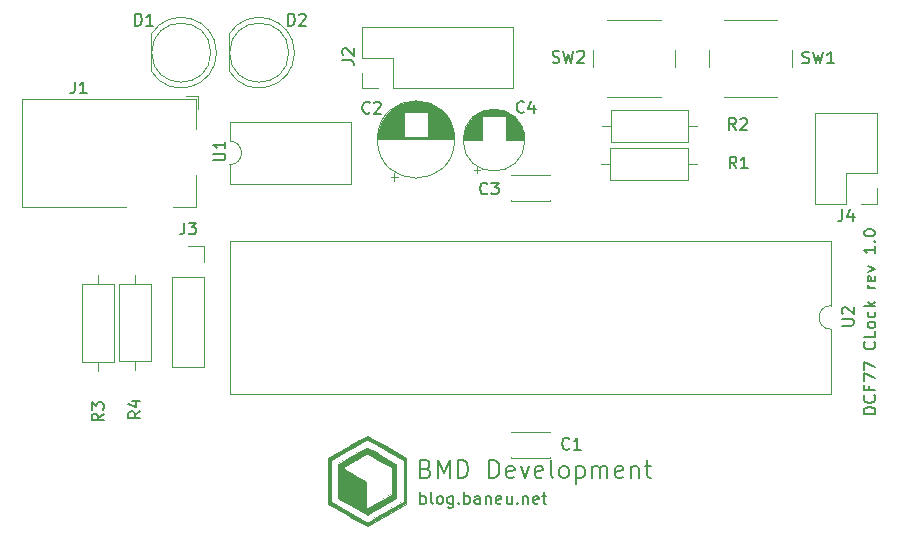
<source format=gbr>
%TF.GenerationSoftware,KiCad,Pcbnew,5.1.5*%
%TF.CreationDate,2020-05-12T22:46:27+02:00*%
%TF.ProjectId,atmega-dcf77-clock,61746d65-6761-42d6-9463-6637372d636c,rev?*%
%TF.SameCoordinates,Original*%
%TF.FileFunction,Legend,Top*%
%TF.FilePolarity,Positive*%
%FSLAX46Y46*%
G04 Gerber Fmt 4.6, Leading zero omitted, Abs format (unit mm)*
G04 Created by KiCad (PCBNEW 5.1.5) date 2020-05-12 22:46:27*
%MOMM*%
%LPD*%
G04 APERTURE LIST*
%ADD10C,0.150000*%
%ADD11C,0.010000*%
%ADD12C,0.120000*%
%ADD13O,1.802000X1.802000*%
%ADD14R,1.802000X1.802000*%
%ADD15R,1.702000X1.702000*%
%ADD16O,1.702000X1.702000*%
%ADD17C,1.702000*%
%ADD18C,2.802000*%
%ADD19C,2.102000*%
%ADD20C,0.100000*%
%ADD21R,3.602000X3.602000*%
%ADD22C,1.902000*%
%ADD23R,1.902000X1.902000*%
G04 APERTURE END LIST*
D10*
X108652380Y-114385714D02*
X107652380Y-114385714D01*
X107652380Y-114147619D01*
X107700000Y-114004761D01*
X107795238Y-113909523D01*
X107890476Y-113861904D01*
X108080952Y-113814285D01*
X108223809Y-113814285D01*
X108414285Y-113861904D01*
X108509523Y-113909523D01*
X108604761Y-114004761D01*
X108652380Y-114147619D01*
X108652380Y-114385714D01*
X108557142Y-112814285D02*
X108604761Y-112861904D01*
X108652380Y-113004761D01*
X108652380Y-113100000D01*
X108604761Y-113242857D01*
X108509523Y-113338095D01*
X108414285Y-113385714D01*
X108223809Y-113433333D01*
X108080952Y-113433333D01*
X107890476Y-113385714D01*
X107795238Y-113338095D01*
X107700000Y-113242857D01*
X107652380Y-113100000D01*
X107652380Y-113004761D01*
X107700000Y-112861904D01*
X107747619Y-112814285D01*
X108128571Y-112052380D02*
X108128571Y-112385714D01*
X108652380Y-112385714D02*
X107652380Y-112385714D01*
X107652380Y-111909523D01*
X107652380Y-111623809D02*
X107652380Y-110957142D01*
X108652380Y-111385714D01*
X107652380Y-110671428D02*
X107652380Y-110004761D01*
X108652380Y-110433333D01*
X108557142Y-108290476D02*
X108604761Y-108338095D01*
X108652380Y-108480952D01*
X108652380Y-108576190D01*
X108604761Y-108719047D01*
X108509523Y-108814285D01*
X108414285Y-108861904D01*
X108223809Y-108909523D01*
X108080952Y-108909523D01*
X107890476Y-108861904D01*
X107795238Y-108814285D01*
X107700000Y-108719047D01*
X107652380Y-108576190D01*
X107652380Y-108480952D01*
X107700000Y-108338095D01*
X107747619Y-108290476D01*
X108652380Y-107385714D02*
X108652380Y-107861904D01*
X107652380Y-107861904D01*
X108652380Y-106909523D02*
X108604761Y-107004761D01*
X108557142Y-107052380D01*
X108461904Y-107100000D01*
X108176190Y-107100000D01*
X108080952Y-107052380D01*
X108033333Y-107004761D01*
X107985714Y-106909523D01*
X107985714Y-106766666D01*
X108033333Y-106671428D01*
X108080952Y-106623809D01*
X108176190Y-106576190D01*
X108461904Y-106576190D01*
X108557142Y-106623809D01*
X108604761Y-106671428D01*
X108652380Y-106766666D01*
X108652380Y-106909523D01*
X108604761Y-105719047D02*
X108652380Y-105814285D01*
X108652380Y-106004761D01*
X108604761Y-106100000D01*
X108557142Y-106147619D01*
X108461904Y-106195238D01*
X108176190Y-106195238D01*
X108080952Y-106147619D01*
X108033333Y-106100000D01*
X107985714Y-106004761D01*
X107985714Y-105814285D01*
X108033333Y-105719047D01*
X108652380Y-105290476D02*
X107652380Y-105290476D01*
X108271428Y-105195238D02*
X108652380Y-104909523D01*
X107985714Y-104909523D02*
X108366666Y-105290476D01*
X108652380Y-103719047D02*
X107985714Y-103719047D01*
X108176190Y-103719047D02*
X108080952Y-103671428D01*
X108033333Y-103623809D01*
X107985714Y-103528571D01*
X107985714Y-103433333D01*
X108604761Y-102719047D02*
X108652380Y-102814285D01*
X108652380Y-103004761D01*
X108604761Y-103100000D01*
X108509523Y-103147619D01*
X108128571Y-103147619D01*
X108033333Y-103100000D01*
X107985714Y-103004761D01*
X107985714Y-102814285D01*
X108033333Y-102719047D01*
X108128571Y-102671428D01*
X108223809Y-102671428D01*
X108319047Y-103147619D01*
X107985714Y-102338095D02*
X108652380Y-102100000D01*
X107985714Y-101861904D01*
X108652380Y-100195238D02*
X108652380Y-100766666D01*
X108652380Y-100480952D02*
X107652380Y-100480952D01*
X107795238Y-100576190D01*
X107890476Y-100671428D01*
X107938095Y-100766666D01*
X108557142Y-99766666D02*
X108604761Y-99719047D01*
X108652380Y-99766666D01*
X108604761Y-99814285D01*
X108557142Y-99766666D01*
X108652380Y-99766666D01*
X107652380Y-99100000D02*
X107652380Y-99004761D01*
X107700000Y-98909523D01*
X107747619Y-98861904D01*
X107842857Y-98814285D01*
X108033333Y-98766666D01*
X108271428Y-98766666D01*
X108461904Y-98814285D01*
X108557142Y-98861904D01*
X108604761Y-98909523D01*
X108652380Y-99004761D01*
X108652380Y-99100000D01*
X108604761Y-99195238D01*
X108557142Y-99242857D01*
X108461904Y-99290476D01*
X108271428Y-99338095D01*
X108033333Y-99338095D01*
X107842857Y-99290476D01*
X107747619Y-99242857D01*
X107700000Y-99195238D01*
X107652380Y-99100000D01*
D11*
G36*
X65701332Y-116275430D02*
G01*
X65756082Y-116305410D01*
X65875983Y-116373256D01*
X66052962Y-116474332D01*
X66278946Y-116604002D01*
X66545860Y-116757628D01*
X66845633Y-116930574D01*
X67170189Y-117118202D01*
X67356833Y-117226264D01*
X68923167Y-118133620D01*
X68923167Y-122008307D01*
X67314500Y-122939411D01*
X66976490Y-123134562D01*
X66659753Y-123316487D01*
X66372072Y-123480786D01*
X66121228Y-123623056D01*
X65915002Y-123738898D01*
X65761177Y-123823909D01*
X65667534Y-123873689D01*
X65642333Y-123885141D01*
X65593570Y-123867512D01*
X65479517Y-123811207D01*
X65307868Y-123720461D01*
X65086318Y-123599511D01*
X64822564Y-123452591D01*
X64524300Y-123283939D01*
X64199222Y-123097790D01*
X63949000Y-122953050D01*
X62319167Y-122006334D01*
X62319167Y-118377833D01*
X62681598Y-118377833D01*
X62681622Y-120071167D01*
X62681646Y-121764500D01*
X64130239Y-122599569D01*
X64449748Y-122783237D01*
X64746764Y-122952978D01*
X65013214Y-123104251D01*
X65241021Y-123232517D01*
X65422112Y-123333236D01*
X65548412Y-123401867D01*
X65611847Y-123433871D01*
X65617294Y-123435653D01*
X65661283Y-123415421D01*
X65770476Y-123357280D01*
X65936807Y-123265745D01*
X66152211Y-123145333D01*
X66408621Y-123000560D01*
X66697972Y-122835943D01*
X67012198Y-122655999D01*
X67108580Y-122600583D01*
X68561406Y-121764500D01*
X68561406Y-118377833D01*
X67108580Y-117541750D01*
X66788723Y-117358156D01*
X66491543Y-117188503D01*
X66225079Y-117037310D01*
X65997366Y-116909095D01*
X65816442Y-116808379D01*
X65690345Y-116739679D01*
X65627110Y-116707516D01*
X65621623Y-116705666D01*
X65578601Y-116726111D01*
X65470328Y-116784430D01*
X65304840Y-116876107D01*
X65090175Y-116996622D01*
X64834370Y-117141456D01*
X64545461Y-117306092D01*
X64231486Y-117486010D01*
X64134545Y-117541750D01*
X62681598Y-118377833D01*
X62319167Y-118377833D01*
X62319167Y-118135982D01*
X63965666Y-117183967D01*
X64363104Y-116954653D01*
X64693971Y-116765035D01*
X64964616Y-116611790D01*
X65181391Y-116491594D01*
X65350646Y-116401122D01*
X65478731Y-116337051D01*
X65571996Y-116296056D01*
X65636792Y-116274813D01*
X65679470Y-116269997D01*
X65701332Y-116275430D01*
G37*
X65701332Y-116275430D02*
X65756082Y-116305410D01*
X65875983Y-116373256D01*
X66052962Y-116474332D01*
X66278946Y-116604002D01*
X66545860Y-116757628D01*
X66845633Y-116930574D01*
X67170189Y-117118202D01*
X67356833Y-117226264D01*
X68923167Y-118133620D01*
X68923167Y-122008307D01*
X67314500Y-122939411D01*
X66976490Y-123134562D01*
X66659753Y-123316487D01*
X66372072Y-123480786D01*
X66121228Y-123623056D01*
X65915002Y-123738898D01*
X65761177Y-123823909D01*
X65667534Y-123873689D01*
X65642333Y-123885141D01*
X65593570Y-123867512D01*
X65479517Y-123811207D01*
X65307868Y-123720461D01*
X65086318Y-123599511D01*
X64822564Y-123452591D01*
X64524300Y-123283939D01*
X64199222Y-123097790D01*
X63949000Y-122953050D01*
X62319167Y-122006334D01*
X62319167Y-118377833D01*
X62681598Y-118377833D01*
X62681622Y-120071167D01*
X62681646Y-121764500D01*
X64130239Y-122599569D01*
X64449748Y-122783237D01*
X64746764Y-122952978D01*
X65013214Y-123104251D01*
X65241021Y-123232517D01*
X65422112Y-123333236D01*
X65548412Y-123401867D01*
X65611847Y-123433871D01*
X65617294Y-123435653D01*
X65661283Y-123415421D01*
X65770476Y-123357280D01*
X65936807Y-123265745D01*
X66152211Y-123145333D01*
X66408621Y-123000560D01*
X66697972Y-122835943D01*
X67012198Y-122655999D01*
X67108580Y-122600583D01*
X68561406Y-121764500D01*
X68561406Y-118377833D01*
X67108580Y-117541750D01*
X66788723Y-117358156D01*
X66491543Y-117188503D01*
X66225079Y-117037310D01*
X65997366Y-116909095D01*
X65816442Y-116808379D01*
X65690345Y-116739679D01*
X65627110Y-116707516D01*
X65621623Y-116705666D01*
X65578601Y-116726111D01*
X65470328Y-116784430D01*
X65304840Y-116876107D01*
X65090175Y-116996622D01*
X64834370Y-117141456D01*
X64545461Y-117306092D01*
X64231486Y-117486010D01*
X64134545Y-117541750D01*
X62681598Y-118377833D01*
X62319167Y-118377833D01*
X62319167Y-118135982D01*
X63965666Y-117183967D01*
X64363104Y-116954653D01*
X64693971Y-116765035D01*
X64964616Y-116611790D01*
X65181391Y-116491594D01*
X65350646Y-116401122D01*
X65478731Y-116337051D01*
X65571996Y-116296056D01*
X65636792Y-116274813D01*
X65679470Y-116269997D01*
X65701332Y-116275430D01*
G36*
X65662408Y-117107109D02*
G01*
X65768499Y-117165232D01*
X65930860Y-117256233D01*
X66141007Y-117375307D01*
X66390460Y-117517651D01*
X66670734Y-117678460D01*
X66935654Y-117831154D01*
X68224667Y-118575641D01*
X68224667Y-121566692D01*
X66935654Y-122311179D01*
X66634944Y-122484254D01*
X66357207Y-122642948D01*
X66110991Y-122782465D01*
X65904843Y-122898009D01*
X65747313Y-122984788D01*
X65646947Y-123038004D01*
X65612737Y-123053267D01*
X65569433Y-123032178D01*
X65461554Y-122973303D01*
X65297669Y-122881499D01*
X65086347Y-122761625D01*
X64836157Y-122618537D01*
X64555668Y-122457093D01*
X64298250Y-122308145D01*
X63017667Y-121565422D01*
X63017667Y-120071278D01*
X63017667Y-118984032D01*
X63794717Y-118984032D01*
X63804008Y-119006329D01*
X63810370Y-119011182D01*
X63867443Y-119045604D01*
X63986980Y-119115098D01*
X64157674Y-119213184D01*
X64368222Y-119333380D01*
X64607319Y-119469205D01*
X64763917Y-119557846D01*
X65642333Y-120054391D01*
X65642333Y-122245943D01*
X67526167Y-121168319D01*
X67526167Y-118974014D01*
X66573667Y-118429043D01*
X66256197Y-118249213D01*
X66005173Y-118111286D01*
X65815098Y-118012523D01*
X65680478Y-117950182D01*
X65595818Y-117921523D01*
X65557667Y-117922341D01*
X65504108Y-117953410D01*
X65388012Y-118019983D01*
X65220451Y-118115738D01*
X65012500Y-118234349D01*
X64775233Y-118369494D01*
X64614703Y-118460836D01*
X64336288Y-118620051D01*
X64124572Y-118743618D01*
X63972057Y-118836668D01*
X63871242Y-118904333D01*
X63814629Y-118951744D01*
X63794717Y-118984032D01*
X63017667Y-118984032D01*
X63017666Y-118577134D01*
X64306583Y-117831900D01*
X64606883Y-117658677D01*
X64883819Y-117499710D01*
X65128914Y-117359807D01*
X65333686Y-117243774D01*
X65489657Y-117156421D01*
X65588346Y-117102553D01*
X65621070Y-117086667D01*
X65662408Y-117107109D01*
G37*
X65662408Y-117107109D02*
X65768499Y-117165232D01*
X65930860Y-117256233D01*
X66141007Y-117375307D01*
X66390460Y-117517651D01*
X66670734Y-117678460D01*
X66935654Y-117831154D01*
X68224667Y-118575641D01*
X68224667Y-121566692D01*
X66935654Y-122311179D01*
X66634944Y-122484254D01*
X66357207Y-122642948D01*
X66110991Y-122782465D01*
X65904843Y-122898009D01*
X65747313Y-122984788D01*
X65646947Y-123038004D01*
X65612737Y-123053267D01*
X65569433Y-123032178D01*
X65461554Y-122973303D01*
X65297669Y-122881499D01*
X65086347Y-122761625D01*
X64836157Y-122618537D01*
X64555668Y-122457093D01*
X64298250Y-122308145D01*
X63017667Y-121565422D01*
X63017667Y-120071278D01*
X63017667Y-118984032D01*
X63794717Y-118984032D01*
X63804008Y-119006329D01*
X63810370Y-119011182D01*
X63867443Y-119045604D01*
X63986980Y-119115098D01*
X64157674Y-119213184D01*
X64368222Y-119333380D01*
X64607319Y-119469205D01*
X64763917Y-119557846D01*
X65642333Y-120054391D01*
X65642333Y-122245943D01*
X67526167Y-121168319D01*
X67526167Y-118974014D01*
X66573667Y-118429043D01*
X66256197Y-118249213D01*
X66005173Y-118111286D01*
X65815098Y-118012523D01*
X65680478Y-117950182D01*
X65595818Y-117921523D01*
X65557667Y-117922341D01*
X65504108Y-117953410D01*
X65388012Y-118019983D01*
X65220451Y-118115738D01*
X65012500Y-118234349D01*
X64775233Y-118369494D01*
X64614703Y-118460836D01*
X64336288Y-118620051D01*
X64124572Y-118743618D01*
X63972057Y-118836668D01*
X63871242Y-118904333D01*
X63814629Y-118951744D01*
X63794717Y-118984032D01*
X63017667Y-118984032D01*
X63017666Y-118577134D01*
X64306583Y-117831900D01*
X64606883Y-117658677D01*
X64883819Y-117499710D01*
X65128914Y-117359807D01*
X65333686Y-117243774D01*
X65489657Y-117156421D01*
X65588346Y-117102553D01*
X65621070Y-117086667D01*
X65662408Y-117107109D01*
D12*
X65170000Y-85500000D02*
X65170000Y-86830000D01*
X65170000Y-86830000D02*
X66500000Y-86830000D01*
X65170000Y-84230000D02*
X67770000Y-84230000D01*
X67770000Y-84230000D02*
X67770000Y-86830000D01*
X67770000Y-86830000D02*
X77990000Y-86830000D01*
X77990000Y-81630000D02*
X77990000Y-86830000D01*
X65170000Y-81630000D02*
X77990000Y-81630000D01*
X65170000Y-81630000D02*
X65170000Y-84230000D01*
X104880000Y-107220000D02*
G75*
G02X104880000Y-105220000I0J1000000D01*
G01*
X104880000Y-105220000D02*
X104880000Y-99760000D01*
X104880000Y-99760000D02*
X53960000Y-99760000D01*
X53960000Y-99760000D02*
X53960000Y-112680000D01*
X53960000Y-112680000D02*
X104880000Y-112680000D01*
X104880000Y-112680000D02*
X104880000Y-107220000D01*
X74625000Y-93754775D02*
X75125000Y-93754775D01*
X74875000Y-94004775D02*
X74875000Y-93504775D01*
X76066000Y-88599000D02*
X76634000Y-88599000D01*
X75832000Y-88639000D02*
X76868000Y-88639000D01*
X75673000Y-88679000D02*
X77027000Y-88679000D01*
X75545000Y-88719000D02*
X77155000Y-88719000D01*
X75435000Y-88759000D02*
X77265000Y-88759000D01*
X75339000Y-88799000D02*
X77361000Y-88799000D01*
X75252000Y-88839000D02*
X77448000Y-88839000D01*
X75172000Y-88879000D02*
X77528000Y-88879000D01*
X75099000Y-88919000D02*
X77601000Y-88919000D01*
X75031000Y-88959000D02*
X77669000Y-88959000D01*
X74967000Y-88999000D02*
X77733000Y-88999000D01*
X74907000Y-89039000D02*
X77793000Y-89039000D01*
X74850000Y-89079000D02*
X77850000Y-89079000D01*
X74796000Y-89119000D02*
X77904000Y-89119000D01*
X74745000Y-89159000D02*
X77955000Y-89159000D01*
X77390000Y-89199000D02*
X78003000Y-89199000D01*
X74697000Y-89199000D02*
X75310000Y-89199000D01*
X77390000Y-89239000D02*
X78049000Y-89239000D01*
X74651000Y-89239000D02*
X75310000Y-89239000D01*
X77390000Y-89279000D02*
X78093000Y-89279000D01*
X74607000Y-89279000D02*
X75310000Y-89279000D01*
X77390000Y-89319000D02*
X78135000Y-89319000D01*
X74565000Y-89319000D02*
X75310000Y-89319000D01*
X77390000Y-89359000D02*
X78176000Y-89359000D01*
X74524000Y-89359000D02*
X75310000Y-89359000D01*
X77390000Y-89399000D02*
X78214000Y-89399000D01*
X74486000Y-89399000D02*
X75310000Y-89399000D01*
X77390000Y-89439000D02*
X78251000Y-89439000D01*
X74449000Y-89439000D02*
X75310000Y-89439000D01*
X77390000Y-89479000D02*
X78287000Y-89479000D01*
X74413000Y-89479000D02*
X75310000Y-89479000D01*
X77390000Y-89519000D02*
X78321000Y-89519000D01*
X74379000Y-89519000D02*
X75310000Y-89519000D01*
X77390000Y-89559000D02*
X78354000Y-89559000D01*
X74346000Y-89559000D02*
X75310000Y-89559000D01*
X77390000Y-89599000D02*
X78385000Y-89599000D01*
X74315000Y-89599000D02*
X75310000Y-89599000D01*
X77390000Y-89639000D02*
X78415000Y-89639000D01*
X74285000Y-89639000D02*
X75310000Y-89639000D01*
X77390000Y-89679000D02*
X78445000Y-89679000D01*
X74255000Y-89679000D02*
X75310000Y-89679000D01*
X77390000Y-89719000D02*
X78472000Y-89719000D01*
X74228000Y-89719000D02*
X75310000Y-89719000D01*
X77390000Y-89759000D02*
X78499000Y-89759000D01*
X74201000Y-89759000D02*
X75310000Y-89759000D01*
X77390000Y-89799000D02*
X78525000Y-89799000D01*
X74175000Y-89799000D02*
X75310000Y-89799000D01*
X77390000Y-89839000D02*
X78550000Y-89839000D01*
X74150000Y-89839000D02*
X75310000Y-89839000D01*
X77390000Y-89879000D02*
X78574000Y-89879000D01*
X74126000Y-89879000D02*
X75310000Y-89879000D01*
X77390000Y-89919000D02*
X78597000Y-89919000D01*
X74103000Y-89919000D02*
X75310000Y-89919000D01*
X77390000Y-89959000D02*
X78618000Y-89959000D01*
X74082000Y-89959000D02*
X75310000Y-89959000D01*
X77390000Y-89999000D02*
X78640000Y-89999000D01*
X74060000Y-89999000D02*
X75310000Y-89999000D01*
X77390000Y-90039000D02*
X78660000Y-90039000D01*
X74040000Y-90039000D02*
X75310000Y-90039000D01*
X77390000Y-90079000D02*
X78679000Y-90079000D01*
X74021000Y-90079000D02*
X75310000Y-90079000D01*
X77390000Y-90119000D02*
X78698000Y-90119000D01*
X74002000Y-90119000D02*
X75310000Y-90119000D01*
X77390000Y-90159000D02*
X78715000Y-90159000D01*
X73985000Y-90159000D02*
X75310000Y-90159000D01*
X77390000Y-90199000D02*
X78732000Y-90199000D01*
X73968000Y-90199000D02*
X75310000Y-90199000D01*
X77390000Y-90239000D02*
X78748000Y-90239000D01*
X73952000Y-90239000D02*
X75310000Y-90239000D01*
X77390000Y-90279000D02*
X78764000Y-90279000D01*
X73936000Y-90279000D02*
X75310000Y-90279000D01*
X77390000Y-90319000D02*
X78778000Y-90319000D01*
X73922000Y-90319000D02*
X75310000Y-90319000D01*
X77390000Y-90359000D02*
X78792000Y-90359000D01*
X73908000Y-90359000D02*
X75310000Y-90359000D01*
X77390000Y-90399000D02*
X78805000Y-90399000D01*
X73895000Y-90399000D02*
X75310000Y-90399000D01*
X77390000Y-90439000D02*
X78818000Y-90439000D01*
X73882000Y-90439000D02*
X75310000Y-90439000D01*
X77390000Y-90479000D02*
X78830000Y-90479000D01*
X73870000Y-90479000D02*
X75310000Y-90479000D01*
X77390000Y-90520000D02*
X78841000Y-90520000D01*
X73859000Y-90520000D02*
X75310000Y-90520000D01*
X77390000Y-90560000D02*
X78851000Y-90560000D01*
X73849000Y-90560000D02*
X75310000Y-90560000D01*
X77390000Y-90600000D02*
X78861000Y-90600000D01*
X73839000Y-90600000D02*
X75310000Y-90600000D01*
X77390000Y-90640000D02*
X78870000Y-90640000D01*
X73830000Y-90640000D02*
X75310000Y-90640000D01*
X77390000Y-90680000D02*
X78878000Y-90680000D01*
X73822000Y-90680000D02*
X75310000Y-90680000D01*
X77390000Y-90720000D02*
X78886000Y-90720000D01*
X73814000Y-90720000D02*
X75310000Y-90720000D01*
X77390000Y-90760000D02*
X78893000Y-90760000D01*
X73807000Y-90760000D02*
X75310000Y-90760000D01*
X77390000Y-90800000D02*
X78900000Y-90800000D01*
X73800000Y-90800000D02*
X75310000Y-90800000D01*
X77390000Y-90840000D02*
X78906000Y-90840000D01*
X73794000Y-90840000D02*
X75310000Y-90840000D01*
X77390000Y-90880000D02*
X78911000Y-90880000D01*
X73789000Y-90880000D02*
X75310000Y-90880000D01*
X77390000Y-90920000D02*
X78915000Y-90920000D01*
X73785000Y-90920000D02*
X75310000Y-90920000D01*
X77390000Y-90960000D02*
X78919000Y-90960000D01*
X73781000Y-90960000D02*
X75310000Y-90960000D01*
X77390000Y-91000000D02*
X78923000Y-91000000D01*
X73777000Y-91000000D02*
X75310000Y-91000000D01*
X77390000Y-91040000D02*
X78926000Y-91040000D01*
X73774000Y-91040000D02*
X75310000Y-91040000D01*
X77390000Y-91080000D02*
X78928000Y-91080000D01*
X73772000Y-91080000D02*
X75310000Y-91080000D01*
X77390000Y-91120000D02*
X78929000Y-91120000D01*
X73771000Y-91120000D02*
X75310000Y-91120000D01*
X73770000Y-91160000D02*
X75310000Y-91160000D01*
X77390000Y-91160000D02*
X78930000Y-91160000D01*
X73770000Y-91200000D02*
X75310000Y-91200000D01*
X77390000Y-91200000D02*
X78930000Y-91200000D01*
X78970000Y-91200000D02*
G75*
G03X78970000Y-91200000I-2620000J0D01*
G01*
X108770000Y-96610000D02*
X107440000Y-96610000D01*
X108770000Y-95280000D02*
X108770000Y-96610000D01*
X106170000Y-96610000D02*
X103570000Y-96610000D01*
X106170000Y-94010000D02*
X106170000Y-96610000D01*
X108770000Y-94010000D02*
X106170000Y-94010000D01*
X103570000Y-96610000D02*
X103570000Y-88870000D01*
X108770000Y-94010000D02*
X108770000Y-88870000D01*
X108770000Y-88870000D02*
X103570000Y-88870000D01*
X77830000Y-94195000D02*
X77830000Y-94130000D01*
X77830000Y-96370000D02*
X77830000Y-96305000D01*
X81070000Y-94195000D02*
X81070000Y-94130000D01*
X81070000Y-96370000D02*
X81070000Y-96305000D01*
X81070000Y-94130000D02*
X77830000Y-94130000D01*
X81070000Y-96370000D02*
X77830000Y-96370000D01*
X81070000Y-118055000D02*
X81070000Y-118120000D01*
X81070000Y-115880000D02*
X81070000Y-115945000D01*
X77830000Y-118055000D02*
X77830000Y-118120000D01*
X77830000Y-115880000D02*
X77830000Y-115945000D01*
X77830000Y-118120000D02*
X81070000Y-118120000D01*
X77830000Y-115880000D02*
X81070000Y-115880000D01*
X67596000Y-94335241D02*
X68226000Y-94335241D01*
X67911000Y-94650241D02*
X67911000Y-94020241D01*
X69348000Y-87909000D02*
X70152000Y-87909000D01*
X69117000Y-87949000D02*
X70383000Y-87949000D01*
X68948000Y-87989000D02*
X70552000Y-87989000D01*
X68810000Y-88029000D02*
X70690000Y-88029000D01*
X68691000Y-88069000D02*
X70809000Y-88069000D01*
X68585000Y-88109000D02*
X70915000Y-88109000D01*
X68488000Y-88149000D02*
X71012000Y-88149000D01*
X68400000Y-88189000D02*
X71100000Y-88189000D01*
X68318000Y-88229000D02*
X71182000Y-88229000D01*
X68241000Y-88269000D02*
X71259000Y-88269000D01*
X68169000Y-88309000D02*
X71331000Y-88309000D01*
X68100000Y-88349000D02*
X71400000Y-88349000D01*
X68036000Y-88389000D02*
X71464000Y-88389000D01*
X67974000Y-88429000D02*
X71526000Y-88429000D01*
X67916000Y-88469000D02*
X71584000Y-88469000D01*
X67860000Y-88509000D02*
X71640000Y-88509000D01*
X67806000Y-88549000D02*
X71694000Y-88549000D01*
X67755000Y-88589000D02*
X71745000Y-88589000D01*
X67706000Y-88629000D02*
X71794000Y-88629000D01*
X67658000Y-88669000D02*
X71842000Y-88669000D01*
X67613000Y-88709000D02*
X71887000Y-88709000D01*
X67568000Y-88749000D02*
X71932000Y-88749000D01*
X67526000Y-88789000D02*
X71974000Y-88789000D01*
X67485000Y-88829000D02*
X72015000Y-88829000D01*
X70790000Y-88869000D02*
X72055000Y-88869000D01*
X67445000Y-88869000D02*
X68710000Y-88869000D01*
X70790000Y-88909000D02*
X72093000Y-88909000D01*
X67407000Y-88909000D02*
X68710000Y-88909000D01*
X70790000Y-88949000D02*
X72130000Y-88949000D01*
X67370000Y-88949000D02*
X68710000Y-88949000D01*
X70790000Y-88989000D02*
X72166000Y-88989000D01*
X67334000Y-88989000D02*
X68710000Y-88989000D01*
X70790000Y-89029000D02*
X72200000Y-89029000D01*
X67300000Y-89029000D02*
X68710000Y-89029000D01*
X70790000Y-89069000D02*
X72234000Y-89069000D01*
X67266000Y-89069000D02*
X68710000Y-89069000D01*
X70790000Y-89109000D02*
X72266000Y-89109000D01*
X67234000Y-89109000D02*
X68710000Y-89109000D01*
X70790000Y-89149000D02*
X72298000Y-89149000D01*
X67202000Y-89149000D02*
X68710000Y-89149000D01*
X70790000Y-89189000D02*
X72328000Y-89189000D01*
X67172000Y-89189000D02*
X68710000Y-89189000D01*
X70790000Y-89229000D02*
X72357000Y-89229000D01*
X67143000Y-89229000D02*
X68710000Y-89229000D01*
X70790000Y-89269000D02*
X72386000Y-89269000D01*
X67114000Y-89269000D02*
X68710000Y-89269000D01*
X70790000Y-89309000D02*
X72414000Y-89309000D01*
X67086000Y-89309000D02*
X68710000Y-89309000D01*
X70790000Y-89349000D02*
X72440000Y-89349000D01*
X67060000Y-89349000D02*
X68710000Y-89349000D01*
X70790000Y-89389000D02*
X72466000Y-89389000D01*
X67034000Y-89389000D02*
X68710000Y-89389000D01*
X70790000Y-89429000D02*
X72492000Y-89429000D01*
X67008000Y-89429000D02*
X68710000Y-89429000D01*
X70790000Y-89469000D02*
X72516000Y-89469000D01*
X66984000Y-89469000D02*
X68710000Y-89469000D01*
X70790000Y-89509000D02*
X72540000Y-89509000D01*
X66960000Y-89509000D02*
X68710000Y-89509000D01*
X70790000Y-89549000D02*
X72562000Y-89549000D01*
X66938000Y-89549000D02*
X68710000Y-89549000D01*
X70790000Y-89589000D02*
X72584000Y-89589000D01*
X66916000Y-89589000D02*
X68710000Y-89589000D01*
X70790000Y-89629000D02*
X72606000Y-89629000D01*
X66894000Y-89629000D02*
X68710000Y-89629000D01*
X70790000Y-89669000D02*
X72626000Y-89669000D01*
X66874000Y-89669000D02*
X68710000Y-89669000D01*
X70790000Y-89709000D02*
X72646000Y-89709000D01*
X66854000Y-89709000D02*
X68710000Y-89709000D01*
X70790000Y-89749000D02*
X72666000Y-89749000D01*
X66834000Y-89749000D02*
X68710000Y-89749000D01*
X70790000Y-89789000D02*
X72684000Y-89789000D01*
X66816000Y-89789000D02*
X68710000Y-89789000D01*
X70790000Y-89829000D02*
X72702000Y-89829000D01*
X66798000Y-89829000D02*
X68710000Y-89829000D01*
X70790000Y-89869000D02*
X72720000Y-89869000D01*
X66780000Y-89869000D02*
X68710000Y-89869000D01*
X70790000Y-89909000D02*
X72736000Y-89909000D01*
X66764000Y-89909000D02*
X68710000Y-89909000D01*
X70790000Y-89949000D02*
X72752000Y-89949000D01*
X66748000Y-89949000D02*
X68710000Y-89949000D01*
X70790000Y-89989000D02*
X72768000Y-89989000D01*
X66732000Y-89989000D02*
X68710000Y-89989000D01*
X70790000Y-90029000D02*
X72783000Y-90029000D01*
X66717000Y-90029000D02*
X68710000Y-90029000D01*
X70790000Y-90069000D02*
X72797000Y-90069000D01*
X66703000Y-90069000D02*
X68710000Y-90069000D01*
X70790000Y-90109000D02*
X72811000Y-90109000D01*
X66689000Y-90109000D02*
X68710000Y-90109000D01*
X70790000Y-90149000D02*
X72824000Y-90149000D01*
X66676000Y-90149000D02*
X68710000Y-90149000D01*
X70790000Y-90189000D02*
X72836000Y-90189000D01*
X66664000Y-90189000D02*
X68710000Y-90189000D01*
X70790000Y-90229000D02*
X72848000Y-90229000D01*
X66652000Y-90229000D02*
X68710000Y-90229000D01*
X70790000Y-90269000D02*
X72860000Y-90269000D01*
X66640000Y-90269000D02*
X68710000Y-90269000D01*
X70790000Y-90309000D02*
X72871000Y-90309000D01*
X66629000Y-90309000D02*
X68710000Y-90309000D01*
X70790000Y-90349000D02*
X72881000Y-90349000D01*
X66619000Y-90349000D02*
X68710000Y-90349000D01*
X70790000Y-90389000D02*
X72891000Y-90389000D01*
X66609000Y-90389000D02*
X68710000Y-90389000D01*
X70790000Y-90429000D02*
X72900000Y-90429000D01*
X66600000Y-90429000D02*
X68710000Y-90429000D01*
X70790000Y-90470000D02*
X72909000Y-90470000D01*
X66591000Y-90470000D02*
X68710000Y-90470000D01*
X70790000Y-90510000D02*
X72917000Y-90510000D01*
X66583000Y-90510000D02*
X68710000Y-90510000D01*
X70790000Y-90550000D02*
X72925000Y-90550000D01*
X66575000Y-90550000D02*
X68710000Y-90550000D01*
X70790000Y-90590000D02*
X72932000Y-90590000D01*
X66568000Y-90590000D02*
X68710000Y-90590000D01*
X70790000Y-90630000D02*
X72939000Y-90630000D01*
X66561000Y-90630000D02*
X68710000Y-90630000D01*
X70790000Y-90670000D02*
X72945000Y-90670000D01*
X66555000Y-90670000D02*
X68710000Y-90670000D01*
X70790000Y-90710000D02*
X72951000Y-90710000D01*
X66549000Y-90710000D02*
X68710000Y-90710000D01*
X70790000Y-90750000D02*
X72956000Y-90750000D01*
X66544000Y-90750000D02*
X68710000Y-90750000D01*
X70790000Y-90790000D02*
X72961000Y-90790000D01*
X66539000Y-90790000D02*
X68710000Y-90790000D01*
X70790000Y-90830000D02*
X72965000Y-90830000D01*
X66535000Y-90830000D02*
X68710000Y-90830000D01*
X70790000Y-90870000D02*
X72968000Y-90870000D01*
X66532000Y-90870000D02*
X68710000Y-90870000D01*
X70790000Y-90910000D02*
X72972000Y-90910000D01*
X66528000Y-90910000D02*
X68710000Y-90910000D01*
X66526000Y-90950000D02*
X72974000Y-90950000D01*
X66523000Y-90990000D02*
X72977000Y-90990000D01*
X66522000Y-91030000D02*
X72978000Y-91030000D01*
X66520000Y-91070000D02*
X72980000Y-91070000D01*
X66520000Y-91110000D02*
X72980000Y-91110000D01*
X66520000Y-91150000D02*
X72980000Y-91150000D01*
X73020000Y-91150000D02*
G75*
G03X73020000Y-91150000I-3270000J0D01*
G01*
X50450000Y-100170000D02*
X51780000Y-100170000D01*
X51780000Y-100170000D02*
X51780000Y-101500000D01*
X51780000Y-102770000D02*
X51780000Y-110450000D01*
X49120000Y-110450000D02*
X51780000Y-110450000D01*
X49120000Y-102770000D02*
X49120000Y-110450000D01*
X49120000Y-102770000D02*
X51780000Y-102770000D01*
X53970000Y-89640000D02*
X53970000Y-91290000D01*
X64250000Y-89640000D02*
X53970000Y-89640000D01*
X64250000Y-94940000D02*
X64250000Y-89640000D01*
X53970000Y-94940000D02*
X64250000Y-94940000D01*
X53970000Y-93290000D02*
X53970000Y-94940000D01*
X53970000Y-91290000D02*
G75*
G02X53970000Y-93290000I0J-1000000D01*
G01*
X84700000Y-83550000D02*
X84700000Y-85050000D01*
X85950000Y-87550000D02*
X90450000Y-87550000D01*
X91700000Y-85050000D02*
X91700000Y-83550000D01*
X90450000Y-81050000D02*
X85950000Y-81050000D01*
X101550000Y-85050000D02*
X101550000Y-83550000D01*
X100300000Y-81050000D02*
X95800000Y-81050000D01*
X94550000Y-83550000D02*
X94550000Y-85050000D01*
X95800000Y-87550000D02*
X100300000Y-87550000D01*
X44580000Y-109940000D02*
X47320000Y-109940000D01*
X47320000Y-109940000D02*
X47320000Y-103400000D01*
X47320000Y-103400000D02*
X44580000Y-103400000D01*
X44580000Y-103400000D02*
X44580000Y-109940000D01*
X45950000Y-110710000D02*
X45950000Y-109940000D01*
X45950000Y-102630000D02*
X45950000Y-103400000D01*
X42800000Y-110720000D02*
X42800000Y-109950000D01*
X42800000Y-102640000D02*
X42800000Y-103410000D01*
X44170000Y-109950000D02*
X44170000Y-103410000D01*
X41430000Y-109950000D02*
X44170000Y-109950000D01*
X41430000Y-103410000D02*
X41430000Y-109950000D01*
X44170000Y-103410000D02*
X41430000Y-103410000D01*
X93570000Y-90000000D02*
X92800000Y-90000000D01*
X85490000Y-90000000D02*
X86260000Y-90000000D01*
X92800000Y-88630000D02*
X86260000Y-88630000D01*
X92800000Y-91370000D02*
X92800000Y-88630000D01*
X86260000Y-91370000D02*
X92800000Y-91370000D01*
X86260000Y-88630000D02*
X86260000Y-91370000D01*
X93520000Y-93250000D02*
X92750000Y-93250000D01*
X85440000Y-93250000D02*
X86210000Y-93250000D01*
X92750000Y-91880000D02*
X86210000Y-91880000D01*
X92750000Y-94620000D02*
X92750000Y-91880000D01*
X86210000Y-94620000D02*
X92750000Y-94620000D01*
X86210000Y-91880000D02*
X86210000Y-94620000D01*
X51100000Y-87700000D02*
X51100000Y-90300000D01*
X36400000Y-87700000D02*
X51100000Y-87700000D01*
X51100000Y-96900000D02*
X49200000Y-96900000D01*
X51100000Y-94200000D02*
X51100000Y-96900000D01*
X36400000Y-96900000D02*
X36400000Y-87700000D01*
X45200000Y-96900000D02*
X36400000Y-96900000D01*
X50250000Y-87500000D02*
X51300000Y-87500000D01*
X51300000Y-88550000D02*
X51300000Y-87500000D01*
X53910000Y-82255000D02*
X53910000Y-85345000D01*
X58970000Y-83800000D02*
G75*
G03X58970000Y-83800000I-2500000J0D01*
G01*
X59460000Y-83799538D02*
G75*
G02X53910000Y-85344830I-2990000J-462D01*
G01*
X59460000Y-83800462D02*
G75*
G03X53910000Y-82255170I-2990000J462D01*
G01*
X47310000Y-82255000D02*
X47310000Y-85345000D01*
X52370000Y-83800000D02*
G75*
G03X52370000Y-83800000I-2500000J0D01*
G01*
X52860000Y-83799538D02*
G75*
G02X47310000Y-85344830I-2990000J-462D01*
G01*
X52860000Y-83800462D02*
G75*
G03X47310000Y-82255170I-2990000J462D01*
G01*
D10*
X70128095Y-122012380D02*
X70128095Y-121012380D01*
X70128095Y-121393333D02*
X70223333Y-121345714D01*
X70413809Y-121345714D01*
X70509047Y-121393333D01*
X70556666Y-121440952D01*
X70604285Y-121536190D01*
X70604285Y-121821904D01*
X70556666Y-121917142D01*
X70509047Y-121964761D01*
X70413809Y-122012380D01*
X70223333Y-122012380D01*
X70128095Y-121964761D01*
X71175714Y-122012380D02*
X71080476Y-121964761D01*
X71032857Y-121869523D01*
X71032857Y-121012380D01*
X71699523Y-122012380D02*
X71604285Y-121964761D01*
X71556666Y-121917142D01*
X71509047Y-121821904D01*
X71509047Y-121536190D01*
X71556666Y-121440952D01*
X71604285Y-121393333D01*
X71699523Y-121345714D01*
X71842380Y-121345714D01*
X71937619Y-121393333D01*
X71985238Y-121440952D01*
X72032857Y-121536190D01*
X72032857Y-121821904D01*
X71985238Y-121917142D01*
X71937619Y-121964761D01*
X71842380Y-122012380D01*
X71699523Y-122012380D01*
X72890000Y-121345714D02*
X72890000Y-122155238D01*
X72842380Y-122250476D01*
X72794761Y-122298095D01*
X72699523Y-122345714D01*
X72556666Y-122345714D01*
X72461428Y-122298095D01*
X72890000Y-121964761D02*
X72794761Y-122012380D01*
X72604285Y-122012380D01*
X72509047Y-121964761D01*
X72461428Y-121917142D01*
X72413809Y-121821904D01*
X72413809Y-121536190D01*
X72461428Y-121440952D01*
X72509047Y-121393333D01*
X72604285Y-121345714D01*
X72794761Y-121345714D01*
X72890000Y-121393333D01*
X73366190Y-121917142D02*
X73413809Y-121964761D01*
X73366190Y-122012380D01*
X73318571Y-121964761D01*
X73366190Y-121917142D01*
X73366190Y-122012380D01*
X73842380Y-122012380D02*
X73842380Y-121012380D01*
X73842380Y-121393333D02*
X73937619Y-121345714D01*
X74128095Y-121345714D01*
X74223333Y-121393333D01*
X74270952Y-121440952D01*
X74318571Y-121536190D01*
X74318571Y-121821904D01*
X74270952Y-121917142D01*
X74223333Y-121964761D01*
X74128095Y-122012380D01*
X73937619Y-122012380D01*
X73842380Y-121964761D01*
X75175714Y-122012380D02*
X75175714Y-121488571D01*
X75128095Y-121393333D01*
X75032857Y-121345714D01*
X74842380Y-121345714D01*
X74747142Y-121393333D01*
X75175714Y-121964761D02*
X75080476Y-122012380D01*
X74842380Y-122012380D01*
X74747142Y-121964761D01*
X74699523Y-121869523D01*
X74699523Y-121774285D01*
X74747142Y-121679047D01*
X74842380Y-121631428D01*
X75080476Y-121631428D01*
X75175714Y-121583809D01*
X75651904Y-121345714D02*
X75651904Y-122012380D01*
X75651904Y-121440952D02*
X75699523Y-121393333D01*
X75794761Y-121345714D01*
X75937619Y-121345714D01*
X76032857Y-121393333D01*
X76080476Y-121488571D01*
X76080476Y-122012380D01*
X76937619Y-121964761D02*
X76842380Y-122012380D01*
X76651904Y-122012380D01*
X76556666Y-121964761D01*
X76509047Y-121869523D01*
X76509047Y-121488571D01*
X76556666Y-121393333D01*
X76651904Y-121345714D01*
X76842380Y-121345714D01*
X76937619Y-121393333D01*
X76985238Y-121488571D01*
X76985238Y-121583809D01*
X76509047Y-121679047D01*
X77842380Y-121345714D02*
X77842380Y-122012380D01*
X77413809Y-121345714D02*
X77413809Y-121869523D01*
X77461428Y-121964761D01*
X77556666Y-122012380D01*
X77699523Y-122012380D01*
X77794761Y-121964761D01*
X77842380Y-121917142D01*
X78318571Y-121917142D02*
X78366190Y-121964761D01*
X78318571Y-122012380D01*
X78270952Y-121964761D01*
X78318571Y-121917142D01*
X78318571Y-122012380D01*
X78794761Y-121345714D02*
X78794761Y-122012380D01*
X78794761Y-121440952D02*
X78842380Y-121393333D01*
X78937619Y-121345714D01*
X79080476Y-121345714D01*
X79175714Y-121393333D01*
X79223333Y-121488571D01*
X79223333Y-122012380D01*
X80080476Y-121964761D02*
X79985238Y-122012380D01*
X79794761Y-122012380D01*
X79699523Y-121964761D01*
X79651904Y-121869523D01*
X79651904Y-121488571D01*
X79699523Y-121393333D01*
X79794761Y-121345714D01*
X79985238Y-121345714D01*
X80080476Y-121393333D01*
X80128095Y-121488571D01*
X80128095Y-121583809D01*
X79651904Y-121679047D01*
X80413809Y-121345714D02*
X80794761Y-121345714D01*
X80556666Y-121012380D02*
X80556666Y-121869523D01*
X80604285Y-121964761D01*
X80699523Y-122012380D01*
X80794761Y-122012380D01*
X70601428Y-119022857D02*
X70815714Y-119094285D01*
X70887142Y-119165714D01*
X70958571Y-119308571D01*
X70958571Y-119522857D01*
X70887142Y-119665714D01*
X70815714Y-119737142D01*
X70672857Y-119808571D01*
X70101428Y-119808571D01*
X70101428Y-118308571D01*
X70601428Y-118308571D01*
X70744285Y-118380000D01*
X70815714Y-118451428D01*
X70887142Y-118594285D01*
X70887142Y-118737142D01*
X70815714Y-118880000D01*
X70744285Y-118951428D01*
X70601428Y-119022857D01*
X70101428Y-119022857D01*
X71601428Y-119808571D02*
X71601428Y-118308571D01*
X72101428Y-119380000D01*
X72601428Y-118308571D01*
X72601428Y-119808571D01*
X73315714Y-119808571D02*
X73315714Y-118308571D01*
X73672857Y-118308571D01*
X73887142Y-118380000D01*
X74030000Y-118522857D01*
X74101428Y-118665714D01*
X74172857Y-118951428D01*
X74172857Y-119165714D01*
X74101428Y-119451428D01*
X74030000Y-119594285D01*
X73887142Y-119737142D01*
X73672857Y-119808571D01*
X73315714Y-119808571D01*
X75958571Y-119808571D02*
X75958571Y-118308571D01*
X76315714Y-118308571D01*
X76530000Y-118380000D01*
X76672857Y-118522857D01*
X76744285Y-118665714D01*
X76815714Y-118951428D01*
X76815714Y-119165714D01*
X76744285Y-119451428D01*
X76672857Y-119594285D01*
X76530000Y-119737142D01*
X76315714Y-119808571D01*
X75958571Y-119808571D01*
X78030000Y-119737142D02*
X77887142Y-119808571D01*
X77601428Y-119808571D01*
X77458571Y-119737142D01*
X77387142Y-119594285D01*
X77387142Y-119022857D01*
X77458571Y-118880000D01*
X77601428Y-118808571D01*
X77887142Y-118808571D01*
X78030000Y-118880000D01*
X78101428Y-119022857D01*
X78101428Y-119165714D01*
X77387142Y-119308571D01*
X78601428Y-118808571D02*
X78958571Y-119808571D01*
X79315714Y-118808571D01*
X80458571Y-119737142D02*
X80315714Y-119808571D01*
X80030000Y-119808571D01*
X79887142Y-119737142D01*
X79815714Y-119594285D01*
X79815714Y-119022857D01*
X79887142Y-118880000D01*
X80030000Y-118808571D01*
X80315714Y-118808571D01*
X80458571Y-118880000D01*
X80530000Y-119022857D01*
X80530000Y-119165714D01*
X79815714Y-119308571D01*
X81387142Y-119808571D02*
X81244285Y-119737142D01*
X81172857Y-119594285D01*
X81172857Y-118308571D01*
X82172857Y-119808571D02*
X82030000Y-119737142D01*
X81958571Y-119665714D01*
X81887142Y-119522857D01*
X81887142Y-119094285D01*
X81958571Y-118951428D01*
X82030000Y-118880000D01*
X82172857Y-118808571D01*
X82387142Y-118808571D01*
X82530000Y-118880000D01*
X82601428Y-118951428D01*
X82672857Y-119094285D01*
X82672857Y-119522857D01*
X82601428Y-119665714D01*
X82530000Y-119737142D01*
X82387142Y-119808571D01*
X82172857Y-119808571D01*
X83315714Y-118808571D02*
X83315714Y-120308571D01*
X83315714Y-118880000D02*
X83458571Y-118808571D01*
X83744285Y-118808571D01*
X83887142Y-118880000D01*
X83958571Y-118951428D01*
X84030000Y-119094285D01*
X84030000Y-119522857D01*
X83958571Y-119665714D01*
X83887142Y-119737142D01*
X83744285Y-119808571D01*
X83458571Y-119808571D01*
X83315714Y-119737142D01*
X84672857Y-119808571D02*
X84672857Y-118808571D01*
X84672857Y-118951428D02*
X84744285Y-118880000D01*
X84887142Y-118808571D01*
X85101428Y-118808571D01*
X85244285Y-118880000D01*
X85315714Y-119022857D01*
X85315714Y-119808571D01*
X85315714Y-119022857D02*
X85387142Y-118880000D01*
X85530000Y-118808571D01*
X85744285Y-118808571D01*
X85887142Y-118880000D01*
X85958571Y-119022857D01*
X85958571Y-119808571D01*
X87244285Y-119737142D02*
X87101428Y-119808571D01*
X86815714Y-119808571D01*
X86672857Y-119737142D01*
X86601428Y-119594285D01*
X86601428Y-119022857D01*
X86672857Y-118880000D01*
X86815714Y-118808571D01*
X87101428Y-118808571D01*
X87244285Y-118880000D01*
X87315714Y-119022857D01*
X87315714Y-119165714D01*
X86601428Y-119308571D01*
X87958571Y-118808571D02*
X87958571Y-119808571D01*
X87958571Y-118951428D02*
X88030000Y-118880000D01*
X88172857Y-118808571D01*
X88387142Y-118808571D01*
X88530000Y-118880000D01*
X88601428Y-119022857D01*
X88601428Y-119808571D01*
X89101428Y-118808571D02*
X89672857Y-118808571D01*
X89315714Y-118308571D02*
X89315714Y-119594285D01*
X89387142Y-119737142D01*
X89530000Y-119808571D01*
X89672857Y-119808571D01*
X63502380Y-84433333D02*
X64216666Y-84433333D01*
X64359523Y-84480952D01*
X64454761Y-84576190D01*
X64502380Y-84719047D01*
X64502380Y-84814285D01*
X63597619Y-84004761D02*
X63550000Y-83957142D01*
X63502380Y-83861904D01*
X63502380Y-83623809D01*
X63550000Y-83528571D01*
X63597619Y-83480952D01*
X63692857Y-83433333D01*
X63788095Y-83433333D01*
X63930952Y-83480952D01*
X64502380Y-84052380D01*
X64502380Y-83433333D01*
X105802380Y-106911904D02*
X106611904Y-106911904D01*
X106707142Y-106864285D01*
X106754761Y-106816666D01*
X106802380Y-106721428D01*
X106802380Y-106530952D01*
X106754761Y-106435714D01*
X106707142Y-106388095D01*
X106611904Y-106340476D01*
X105802380Y-106340476D01*
X105897619Y-105911904D02*
X105850000Y-105864285D01*
X105802380Y-105769047D01*
X105802380Y-105530952D01*
X105850000Y-105435714D01*
X105897619Y-105388095D01*
X105992857Y-105340476D01*
X106088095Y-105340476D01*
X106230952Y-105388095D01*
X106802380Y-105959523D01*
X106802380Y-105340476D01*
X78883333Y-88807142D02*
X78835714Y-88854761D01*
X78692857Y-88902380D01*
X78597619Y-88902380D01*
X78454761Y-88854761D01*
X78359523Y-88759523D01*
X78311904Y-88664285D01*
X78264285Y-88473809D01*
X78264285Y-88330952D01*
X78311904Y-88140476D01*
X78359523Y-88045238D01*
X78454761Y-87950000D01*
X78597619Y-87902380D01*
X78692857Y-87902380D01*
X78835714Y-87950000D01*
X78883333Y-87997619D01*
X79740476Y-88235714D02*
X79740476Y-88902380D01*
X79502380Y-87854761D02*
X79264285Y-88569047D01*
X79883333Y-88569047D01*
X105836666Y-97062380D02*
X105836666Y-97776666D01*
X105789047Y-97919523D01*
X105693809Y-98014761D01*
X105550952Y-98062380D01*
X105455714Y-98062380D01*
X106741428Y-97395714D02*
X106741428Y-98062380D01*
X106503333Y-97014761D02*
X106265238Y-97729047D01*
X106884285Y-97729047D01*
X75783333Y-95707142D02*
X75735714Y-95754761D01*
X75592857Y-95802380D01*
X75497619Y-95802380D01*
X75354761Y-95754761D01*
X75259523Y-95659523D01*
X75211904Y-95564285D01*
X75164285Y-95373809D01*
X75164285Y-95230952D01*
X75211904Y-95040476D01*
X75259523Y-94945238D01*
X75354761Y-94850000D01*
X75497619Y-94802380D01*
X75592857Y-94802380D01*
X75735714Y-94850000D01*
X75783333Y-94897619D01*
X76116666Y-94802380D02*
X76735714Y-94802380D01*
X76402380Y-95183333D01*
X76545238Y-95183333D01*
X76640476Y-95230952D01*
X76688095Y-95278571D01*
X76735714Y-95373809D01*
X76735714Y-95611904D01*
X76688095Y-95707142D01*
X76640476Y-95754761D01*
X76545238Y-95802380D01*
X76259523Y-95802380D01*
X76164285Y-95754761D01*
X76116666Y-95707142D01*
X82733333Y-117307142D02*
X82685714Y-117354761D01*
X82542857Y-117402380D01*
X82447619Y-117402380D01*
X82304761Y-117354761D01*
X82209523Y-117259523D01*
X82161904Y-117164285D01*
X82114285Y-116973809D01*
X82114285Y-116830952D01*
X82161904Y-116640476D01*
X82209523Y-116545238D01*
X82304761Y-116450000D01*
X82447619Y-116402380D01*
X82542857Y-116402380D01*
X82685714Y-116450000D01*
X82733333Y-116497619D01*
X83685714Y-117402380D02*
X83114285Y-117402380D01*
X83400000Y-117402380D02*
X83400000Y-116402380D01*
X83304761Y-116545238D01*
X83209523Y-116640476D01*
X83114285Y-116688095D01*
X65833333Y-88857142D02*
X65785714Y-88904761D01*
X65642857Y-88952380D01*
X65547619Y-88952380D01*
X65404761Y-88904761D01*
X65309523Y-88809523D01*
X65261904Y-88714285D01*
X65214285Y-88523809D01*
X65214285Y-88380952D01*
X65261904Y-88190476D01*
X65309523Y-88095238D01*
X65404761Y-88000000D01*
X65547619Y-87952380D01*
X65642857Y-87952380D01*
X65785714Y-88000000D01*
X65833333Y-88047619D01*
X66214285Y-88047619D02*
X66261904Y-88000000D01*
X66357142Y-87952380D01*
X66595238Y-87952380D01*
X66690476Y-88000000D01*
X66738095Y-88047619D01*
X66785714Y-88142857D01*
X66785714Y-88238095D01*
X66738095Y-88380952D01*
X66166666Y-88952380D01*
X66785714Y-88952380D01*
X50116666Y-98182380D02*
X50116666Y-98896666D01*
X50069047Y-99039523D01*
X49973809Y-99134761D01*
X49830952Y-99182380D01*
X49735714Y-99182380D01*
X50497619Y-98182380D02*
X51116666Y-98182380D01*
X50783333Y-98563333D01*
X50926190Y-98563333D01*
X51021428Y-98610952D01*
X51069047Y-98658571D01*
X51116666Y-98753809D01*
X51116666Y-98991904D01*
X51069047Y-99087142D01*
X51021428Y-99134761D01*
X50926190Y-99182380D01*
X50640476Y-99182380D01*
X50545238Y-99134761D01*
X50497619Y-99087142D01*
X52602380Y-92911904D02*
X53411904Y-92911904D01*
X53507142Y-92864285D01*
X53554761Y-92816666D01*
X53602380Y-92721428D01*
X53602380Y-92530952D01*
X53554761Y-92435714D01*
X53507142Y-92388095D01*
X53411904Y-92340476D01*
X52602380Y-92340476D01*
X53602380Y-91340476D02*
X53602380Y-91911904D01*
X53602380Y-91626190D02*
X52602380Y-91626190D01*
X52745238Y-91721428D01*
X52840476Y-91816666D01*
X52888095Y-91911904D01*
X81316666Y-84604761D02*
X81459523Y-84652380D01*
X81697619Y-84652380D01*
X81792857Y-84604761D01*
X81840476Y-84557142D01*
X81888095Y-84461904D01*
X81888095Y-84366666D01*
X81840476Y-84271428D01*
X81792857Y-84223809D01*
X81697619Y-84176190D01*
X81507142Y-84128571D01*
X81411904Y-84080952D01*
X81364285Y-84033333D01*
X81316666Y-83938095D01*
X81316666Y-83842857D01*
X81364285Y-83747619D01*
X81411904Y-83700000D01*
X81507142Y-83652380D01*
X81745238Y-83652380D01*
X81888095Y-83700000D01*
X82221428Y-83652380D02*
X82459523Y-84652380D01*
X82650000Y-83938095D01*
X82840476Y-84652380D01*
X83078571Y-83652380D01*
X83411904Y-83747619D02*
X83459523Y-83700000D01*
X83554761Y-83652380D01*
X83792857Y-83652380D01*
X83888095Y-83700000D01*
X83935714Y-83747619D01*
X83983333Y-83842857D01*
X83983333Y-83938095D01*
X83935714Y-84080952D01*
X83364285Y-84652380D01*
X83983333Y-84652380D01*
X102466666Y-84654761D02*
X102609523Y-84702380D01*
X102847619Y-84702380D01*
X102942857Y-84654761D01*
X102990476Y-84607142D01*
X103038095Y-84511904D01*
X103038095Y-84416666D01*
X102990476Y-84321428D01*
X102942857Y-84273809D01*
X102847619Y-84226190D01*
X102657142Y-84178571D01*
X102561904Y-84130952D01*
X102514285Y-84083333D01*
X102466666Y-83988095D01*
X102466666Y-83892857D01*
X102514285Y-83797619D01*
X102561904Y-83750000D01*
X102657142Y-83702380D01*
X102895238Y-83702380D01*
X103038095Y-83750000D01*
X103371428Y-83702380D02*
X103609523Y-84702380D01*
X103800000Y-83988095D01*
X103990476Y-84702380D01*
X104228571Y-83702380D01*
X105133333Y-84702380D02*
X104561904Y-84702380D01*
X104847619Y-84702380D02*
X104847619Y-83702380D01*
X104752380Y-83845238D01*
X104657142Y-83940476D01*
X104561904Y-83988095D01*
X46402380Y-114166666D02*
X45926190Y-114500000D01*
X46402380Y-114738095D02*
X45402380Y-114738095D01*
X45402380Y-114357142D01*
X45450000Y-114261904D01*
X45497619Y-114214285D01*
X45592857Y-114166666D01*
X45735714Y-114166666D01*
X45830952Y-114214285D01*
X45878571Y-114261904D01*
X45926190Y-114357142D01*
X45926190Y-114738095D01*
X45735714Y-113309523D02*
X46402380Y-113309523D01*
X45354761Y-113547619D02*
X46069047Y-113785714D01*
X46069047Y-113166666D01*
X43302380Y-114366666D02*
X42826190Y-114700000D01*
X43302380Y-114938095D02*
X42302380Y-114938095D01*
X42302380Y-114557142D01*
X42350000Y-114461904D01*
X42397619Y-114414285D01*
X42492857Y-114366666D01*
X42635714Y-114366666D01*
X42730952Y-114414285D01*
X42778571Y-114461904D01*
X42826190Y-114557142D01*
X42826190Y-114938095D01*
X42302380Y-114033333D02*
X42302380Y-113414285D01*
X42683333Y-113747619D01*
X42683333Y-113604761D01*
X42730952Y-113509523D01*
X42778571Y-113461904D01*
X42873809Y-113414285D01*
X43111904Y-113414285D01*
X43207142Y-113461904D01*
X43254761Y-113509523D01*
X43302380Y-113604761D01*
X43302380Y-113890476D01*
X43254761Y-113985714D01*
X43207142Y-114033333D01*
X96833333Y-90352380D02*
X96500000Y-89876190D01*
X96261904Y-90352380D02*
X96261904Y-89352380D01*
X96642857Y-89352380D01*
X96738095Y-89400000D01*
X96785714Y-89447619D01*
X96833333Y-89542857D01*
X96833333Y-89685714D01*
X96785714Y-89780952D01*
X96738095Y-89828571D01*
X96642857Y-89876190D01*
X96261904Y-89876190D01*
X97214285Y-89447619D02*
X97261904Y-89400000D01*
X97357142Y-89352380D01*
X97595238Y-89352380D01*
X97690476Y-89400000D01*
X97738095Y-89447619D01*
X97785714Y-89542857D01*
X97785714Y-89638095D01*
X97738095Y-89780952D01*
X97166666Y-90352380D01*
X97785714Y-90352380D01*
X96883333Y-93602380D02*
X96550000Y-93126190D01*
X96311904Y-93602380D02*
X96311904Y-92602380D01*
X96692857Y-92602380D01*
X96788095Y-92650000D01*
X96835714Y-92697619D01*
X96883333Y-92792857D01*
X96883333Y-92935714D01*
X96835714Y-93030952D01*
X96788095Y-93078571D01*
X96692857Y-93126190D01*
X96311904Y-93126190D01*
X97835714Y-93602380D02*
X97264285Y-93602380D01*
X97550000Y-93602380D02*
X97550000Y-92602380D01*
X97454761Y-92745238D01*
X97359523Y-92840476D01*
X97264285Y-92888095D01*
X40866666Y-86252380D02*
X40866666Y-86966666D01*
X40819047Y-87109523D01*
X40723809Y-87204761D01*
X40580952Y-87252380D01*
X40485714Y-87252380D01*
X41866666Y-87252380D02*
X41295238Y-87252380D01*
X41580952Y-87252380D02*
X41580952Y-86252380D01*
X41485714Y-86395238D01*
X41390476Y-86490476D01*
X41295238Y-86538095D01*
X58911904Y-81502380D02*
X58911904Y-80502380D01*
X59150000Y-80502380D01*
X59292857Y-80550000D01*
X59388095Y-80645238D01*
X59435714Y-80740476D01*
X59483333Y-80930952D01*
X59483333Y-81073809D01*
X59435714Y-81264285D01*
X59388095Y-81359523D01*
X59292857Y-81454761D01*
X59150000Y-81502380D01*
X58911904Y-81502380D01*
X59864285Y-80597619D02*
X59911904Y-80550000D01*
X60007142Y-80502380D01*
X60245238Y-80502380D01*
X60340476Y-80550000D01*
X60388095Y-80597619D01*
X60435714Y-80692857D01*
X60435714Y-80788095D01*
X60388095Y-80930952D01*
X59816666Y-81502380D01*
X60435714Y-81502380D01*
X45961904Y-81502380D02*
X45961904Y-80502380D01*
X46200000Y-80502380D01*
X46342857Y-80550000D01*
X46438095Y-80645238D01*
X46485714Y-80740476D01*
X46533333Y-80930952D01*
X46533333Y-81073809D01*
X46485714Y-81264285D01*
X46438095Y-81359523D01*
X46342857Y-81454761D01*
X46200000Y-81502380D01*
X45961904Y-81502380D01*
X47485714Y-81502380D02*
X46914285Y-81502380D01*
X47200000Y-81502380D02*
X47200000Y-80502380D01*
X47104761Y-80645238D01*
X47009523Y-80740476D01*
X46914285Y-80788095D01*
%LPC*%
D11*
G36*
X65664896Y-116683804D02*
G01*
X65772424Y-116742228D01*
X65937331Y-116834118D01*
X66151676Y-116954989D01*
X66407516Y-117100356D01*
X66696909Y-117265732D01*
X67011914Y-117446633D01*
X67129562Y-117514409D01*
X68605667Y-118365485D01*
X68605667Y-121774790D01*
X67130291Y-122626895D01*
X66807899Y-122812526D01*
X66507956Y-122984140D01*
X66238448Y-123137250D01*
X66007360Y-123267368D01*
X65822678Y-123370005D01*
X65692389Y-123440674D01*
X65624477Y-123474887D01*
X65616874Y-123477417D01*
X65573075Y-123456520D01*
X65464095Y-123397551D01*
X65297928Y-123305030D01*
X65082567Y-123183476D01*
X64826006Y-123037410D01*
X64536238Y-122871350D01*
X64221256Y-122689817D01*
X64107750Y-122624164D01*
X62636667Y-121772493D01*
X62636666Y-120071124D01*
X62636666Y-118589500D01*
X63060993Y-118589500D01*
X63061131Y-120071167D01*
X63061269Y-121552833D01*
X64320051Y-122280976D01*
X64617238Y-122452353D01*
X64891504Y-122609493D01*
X65134173Y-122747504D01*
X65336569Y-122861493D01*
X65490015Y-122946569D01*
X65585835Y-122997840D01*
X65615110Y-123011226D01*
X65659057Y-122991268D01*
X65767545Y-122933603D01*
X65931919Y-122843073D01*
X66143524Y-122724521D01*
X66393703Y-122582792D01*
X66673801Y-122422727D01*
X66916453Y-122283083D01*
X68181519Y-121552833D01*
X68181519Y-118589500D01*
X66908165Y-117854459D01*
X66548796Y-117648070D01*
X66255776Y-117482334D01*
X66023000Y-117354093D01*
X65844366Y-117260191D01*
X65713772Y-117197468D01*
X65625115Y-117162768D01*
X65572292Y-117152933D01*
X65558196Y-117155959D01*
X65504033Y-117185370D01*
X65385856Y-117251885D01*
X65212937Y-117350209D01*
X64994546Y-117475047D01*
X64739956Y-117621103D01*
X64458436Y-117783082D01*
X64271287Y-117891000D01*
X63060993Y-118589500D01*
X62636666Y-118589500D01*
X62636666Y-118369754D01*
X64114293Y-117516544D01*
X64436658Y-117330831D01*
X64736271Y-117159046D01*
X65005199Y-117005678D01*
X65235510Y-116875212D01*
X65419269Y-116772136D01*
X65548544Y-116700939D01*
X65615402Y-116666107D01*
X65622688Y-116663333D01*
X65664896Y-116683804D01*
G37*
X65664896Y-116683804D02*
X65772424Y-116742228D01*
X65937331Y-116834118D01*
X66151676Y-116954989D01*
X66407516Y-117100356D01*
X66696909Y-117265732D01*
X67011914Y-117446633D01*
X67129562Y-117514409D01*
X68605667Y-118365485D01*
X68605667Y-121774790D01*
X67130291Y-122626895D01*
X66807899Y-122812526D01*
X66507956Y-122984140D01*
X66238448Y-123137250D01*
X66007360Y-123267368D01*
X65822678Y-123370005D01*
X65692389Y-123440674D01*
X65624477Y-123474887D01*
X65616874Y-123477417D01*
X65573075Y-123456520D01*
X65464095Y-123397551D01*
X65297928Y-123305030D01*
X65082567Y-123183476D01*
X64826006Y-123037410D01*
X64536238Y-122871350D01*
X64221256Y-122689817D01*
X64107750Y-122624164D01*
X62636667Y-121772493D01*
X62636666Y-120071124D01*
X62636666Y-118589500D01*
X63060993Y-118589500D01*
X63061131Y-120071167D01*
X63061269Y-121552833D01*
X64320051Y-122280976D01*
X64617238Y-122452353D01*
X64891504Y-122609493D01*
X65134173Y-122747504D01*
X65336569Y-122861493D01*
X65490015Y-122946569D01*
X65585835Y-122997840D01*
X65615110Y-123011226D01*
X65659057Y-122991268D01*
X65767545Y-122933603D01*
X65931919Y-122843073D01*
X66143524Y-122724521D01*
X66393703Y-122582792D01*
X66673801Y-122422727D01*
X66916453Y-122283083D01*
X68181519Y-121552833D01*
X68181519Y-118589500D01*
X66908165Y-117854459D01*
X66548796Y-117648070D01*
X66255776Y-117482334D01*
X66023000Y-117354093D01*
X65844366Y-117260191D01*
X65713772Y-117197468D01*
X65625115Y-117162768D01*
X65572292Y-117152933D01*
X65558196Y-117155959D01*
X65504033Y-117185370D01*
X65385856Y-117251885D01*
X65212937Y-117350209D01*
X64994546Y-117475047D01*
X64739956Y-117621103D01*
X64458436Y-117783082D01*
X64271287Y-117891000D01*
X63060993Y-118589500D01*
X62636666Y-118589500D01*
X62636666Y-118369754D01*
X64114293Y-117516544D01*
X64436658Y-117330831D01*
X64736271Y-117159046D01*
X65005199Y-117005678D01*
X65235510Y-116875212D01*
X65419269Y-116772136D01*
X65548544Y-116700939D01*
X65615402Y-116666107D01*
X65622688Y-116663333D01*
X65664896Y-116683804D01*
G36*
X65669387Y-117890029D02*
G01*
X65779689Y-117946915D01*
X65943010Y-118034941D01*
X66149172Y-118148559D01*
X66387996Y-118282217D01*
X66627701Y-118418048D01*
X67589667Y-118966263D01*
X67589667Y-121176070D01*
X66630443Y-121724285D01*
X66371317Y-121872150D01*
X66136007Y-122005986D01*
X65934618Y-122120080D01*
X65777254Y-122208720D01*
X65674021Y-122266195D01*
X65635610Y-122286611D01*
X65626111Y-122249988D01*
X65617534Y-122139558D01*
X65610234Y-121966181D01*
X65604567Y-121740715D01*
X65600888Y-121474018D01*
X65599556Y-121185944D01*
X65599112Y-120071167D01*
X64646565Y-119528168D01*
X64391380Y-119380976D01*
X64163637Y-119246297D01*
X63972788Y-119129994D01*
X63828287Y-119037928D01*
X63739588Y-118975964D01*
X63715360Y-118950639D01*
X63757672Y-118919640D01*
X63861904Y-118854817D01*
X64015837Y-118763094D01*
X64207251Y-118651398D01*
X64423926Y-118526654D01*
X64653643Y-118395789D01*
X64884181Y-118265727D01*
X65103323Y-118143396D01*
X65298846Y-118035720D01*
X65458533Y-117949626D01*
X65570163Y-117892040D01*
X65621517Y-117869886D01*
X65622284Y-117869833D01*
X65669387Y-117890029D01*
G37*
X65669387Y-117890029D02*
X65779689Y-117946915D01*
X65943010Y-118034941D01*
X66149172Y-118148559D01*
X66387996Y-118282217D01*
X66627701Y-118418048D01*
X67589667Y-118966263D01*
X67589667Y-121176070D01*
X66630443Y-121724285D01*
X66371317Y-121872150D01*
X66136007Y-122005986D01*
X65934618Y-122120080D01*
X65777254Y-122208720D01*
X65674021Y-122266195D01*
X65635610Y-122286611D01*
X65626111Y-122249988D01*
X65617534Y-122139558D01*
X65610234Y-121966181D01*
X65604567Y-121740715D01*
X65600888Y-121474018D01*
X65599556Y-121185944D01*
X65599112Y-120071167D01*
X64646565Y-119528168D01*
X64391380Y-119380976D01*
X64163637Y-119246297D01*
X63972788Y-119129994D01*
X63828287Y-119037928D01*
X63739588Y-118975964D01*
X63715360Y-118950639D01*
X63757672Y-118919640D01*
X63861904Y-118854817D01*
X64015837Y-118763094D01*
X64207251Y-118651398D01*
X64423926Y-118526654D01*
X64653643Y-118395789D01*
X64884181Y-118265727D01*
X65103323Y-118143396D01*
X65298846Y-118035720D01*
X65458533Y-117949626D01*
X65570163Y-117892040D01*
X65621517Y-117869886D01*
X65622284Y-117869833D01*
X65669387Y-117890029D01*
D13*
X76660000Y-82960000D03*
X76660000Y-85500000D03*
X74120000Y-82960000D03*
X74120000Y-85500000D03*
X71580000Y-82960000D03*
X71580000Y-85500000D03*
X69040000Y-82960000D03*
X69040000Y-85500000D03*
X66500000Y-82960000D03*
D14*
X66500000Y-85500000D03*
D15*
X103550000Y-98600000D03*
D16*
X55290000Y-113840000D03*
X101010000Y-98600000D03*
X57830000Y-113840000D03*
X98470000Y-98600000D03*
X60370000Y-113840000D03*
X95930000Y-98600000D03*
X62910000Y-113840000D03*
X93390000Y-98600000D03*
X65450000Y-113840000D03*
X90850000Y-98600000D03*
X67990000Y-113840000D03*
X88310000Y-98600000D03*
X70530000Y-113840000D03*
X85770000Y-98600000D03*
X73070000Y-113840000D03*
X83230000Y-98600000D03*
X75610000Y-113840000D03*
X80690000Y-98600000D03*
X78150000Y-113840000D03*
X78150000Y-98600000D03*
X80690000Y-113840000D03*
X75610000Y-98600000D03*
X83230000Y-113840000D03*
X73070000Y-98600000D03*
X85770000Y-113840000D03*
X70530000Y-98600000D03*
X88310000Y-113840000D03*
X67990000Y-98600000D03*
X90850000Y-113840000D03*
X65450000Y-98600000D03*
X93390000Y-113840000D03*
X62910000Y-98600000D03*
X95930000Y-113840000D03*
X60370000Y-98600000D03*
X98470000Y-113840000D03*
X57830000Y-98600000D03*
X101010000Y-113840000D03*
X55290000Y-98600000D03*
X103550000Y-113840000D03*
D17*
X76350000Y-90200000D03*
D15*
X76350000Y-92200000D03*
D13*
X104900000Y-90200000D03*
X107440000Y-90200000D03*
X104900000Y-92740000D03*
X107440000Y-92740000D03*
X104900000Y-95280000D03*
D14*
X107440000Y-95280000D03*
D17*
X78200000Y-95250000D03*
X80700000Y-95250000D03*
X80700000Y-117000000D03*
X78200000Y-117000000D03*
D18*
X52550000Y-119950000D03*
X97500000Y-119950000D03*
X106500000Y-122500000D03*
X43500000Y-82500000D03*
X43500000Y-122500000D03*
X106500000Y-82500000D03*
D17*
X69750000Y-89900000D03*
D15*
X69750000Y-92400000D03*
D13*
X50450000Y-109120000D03*
X50450000Y-106580000D03*
X50450000Y-104040000D03*
D14*
X50450000Y-101500000D03*
D16*
X55300000Y-88480000D03*
X62920000Y-96100000D03*
X57840000Y-88480000D03*
X60380000Y-96100000D03*
X60380000Y-88480000D03*
X57840000Y-96100000D03*
X62920000Y-88480000D03*
D15*
X55300000Y-96100000D03*
D19*
X84950000Y-86550000D03*
X84950000Y-82050000D03*
X91450000Y-86550000D03*
X91450000Y-82050000D03*
X101300000Y-82050000D03*
X101300000Y-86550000D03*
X94800000Y-82050000D03*
X94800000Y-86550000D03*
D17*
X45950000Y-111750000D03*
D16*
X45950000Y-101590000D03*
X42800000Y-111760000D03*
D17*
X42800000Y-101600000D03*
D16*
X94610000Y-90000000D03*
D17*
X84450000Y-90000000D03*
D16*
X94560000Y-93250000D03*
D17*
X84400000Y-93250000D03*
D20*
G36*
X48188764Y-95203336D02*
G01*
X48276179Y-95216303D01*
X48361901Y-95237775D01*
X48445106Y-95267546D01*
X48524993Y-95305330D01*
X48600791Y-95350762D01*
X48671771Y-95403404D01*
X48737250Y-95462750D01*
X48796596Y-95528229D01*
X48849238Y-95599209D01*
X48894670Y-95675007D01*
X48932454Y-95754894D01*
X48962225Y-95838099D01*
X48983697Y-95923821D01*
X48996664Y-96011236D01*
X49001000Y-96099500D01*
X49001000Y-97900500D01*
X48996664Y-97988764D01*
X48983697Y-98076179D01*
X48962225Y-98161901D01*
X48932454Y-98245106D01*
X48894670Y-98324993D01*
X48849238Y-98400791D01*
X48796596Y-98471771D01*
X48737250Y-98537250D01*
X48671771Y-98596596D01*
X48600791Y-98649238D01*
X48524993Y-98694670D01*
X48445106Y-98732454D01*
X48361901Y-98762225D01*
X48276179Y-98783697D01*
X48188764Y-98796664D01*
X48100500Y-98801000D01*
X46299500Y-98801000D01*
X46211236Y-98796664D01*
X46123821Y-98783697D01*
X46038099Y-98762225D01*
X45954894Y-98732454D01*
X45875007Y-98694670D01*
X45799209Y-98649238D01*
X45728229Y-98596596D01*
X45662750Y-98537250D01*
X45603404Y-98471771D01*
X45550762Y-98400791D01*
X45505330Y-98324993D01*
X45467546Y-98245106D01*
X45437775Y-98161901D01*
X45416303Y-98076179D01*
X45403336Y-97988764D01*
X45399000Y-97900500D01*
X45399000Y-96099500D01*
X45403336Y-96011236D01*
X45416303Y-95923821D01*
X45437775Y-95838099D01*
X45467546Y-95754894D01*
X45505330Y-95675007D01*
X45550762Y-95599209D01*
X45603404Y-95528229D01*
X45662750Y-95462750D01*
X45728229Y-95403404D01*
X45799209Y-95350762D01*
X45875007Y-95305330D01*
X45954894Y-95267546D01*
X46038099Y-95237775D01*
X46123821Y-95216303D01*
X46211236Y-95203336D01*
X46299500Y-95199000D01*
X48100500Y-95199000D01*
X48188764Y-95203336D01*
G37*
G36*
X45051512Y-90502734D02*
G01*
X45126793Y-90513901D01*
X45200616Y-90532393D01*
X45272271Y-90558031D01*
X45341068Y-90590570D01*
X45406345Y-90629695D01*
X45467472Y-90675030D01*
X45523861Y-90726139D01*
X45574970Y-90782528D01*
X45620305Y-90843655D01*
X45659430Y-90908932D01*
X45691969Y-90977729D01*
X45717607Y-91049384D01*
X45736099Y-91123207D01*
X45747266Y-91198488D01*
X45751000Y-91274500D01*
X45751000Y-93325500D01*
X45747266Y-93401512D01*
X45736099Y-93476793D01*
X45717607Y-93550616D01*
X45691969Y-93622271D01*
X45659430Y-93691068D01*
X45620305Y-93756345D01*
X45574970Y-93817472D01*
X45523861Y-93873861D01*
X45467472Y-93924970D01*
X45406345Y-93970305D01*
X45341068Y-94009430D01*
X45272271Y-94041969D01*
X45200616Y-94067607D01*
X45126793Y-94086099D01*
X45051512Y-94097266D01*
X44975500Y-94101000D01*
X43424500Y-94101000D01*
X43348488Y-94097266D01*
X43273207Y-94086099D01*
X43199384Y-94067607D01*
X43127729Y-94041969D01*
X43058932Y-94009430D01*
X42993655Y-93970305D01*
X42932528Y-93924970D01*
X42876139Y-93873861D01*
X42825030Y-93817472D01*
X42779695Y-93756345D01*
X42740570Y-93691068D01*
X42708031Y-93622271D01*
X42682393Y-93550616D01*
X42663901Y-93476793D01*
X42652734Y-93401512D01*
X42649000Y-93325500D01*
X42649000Y-91274500D01*
X42652734Y-91198488D01*
X42663901Y-91123207D01*
X42682393Y-91049384D01*
X42708031Y-90977729D01*
X42740570Y-90908932D01*
X42779695Y-90843655D01*
X42825030Y-90782528D01*
X42876139Y-90726139D01*
X42932528Y-90675030D01*
X42993655Y-90629695D01*
X43058932Y-90590570D01*
X43127729Y-90558031D01*
X43199384Y-90532393D01*
X43273207Y-90513901D01*
X43348488Y-90502734D01*
X43424500Y-90499000D01*
X44975500Y-90499000D01*
X45051512Y-90502734D01*
G37*
D21*
X50200000Y-92300000D03*
D22*
X57740000Y-83800000D03*
D23*
X55200000Y-83800000D03*
D22*
X51140000Y-83800000D03*
D23*
X48600000Y-83800000D03*
M02*

</source>
